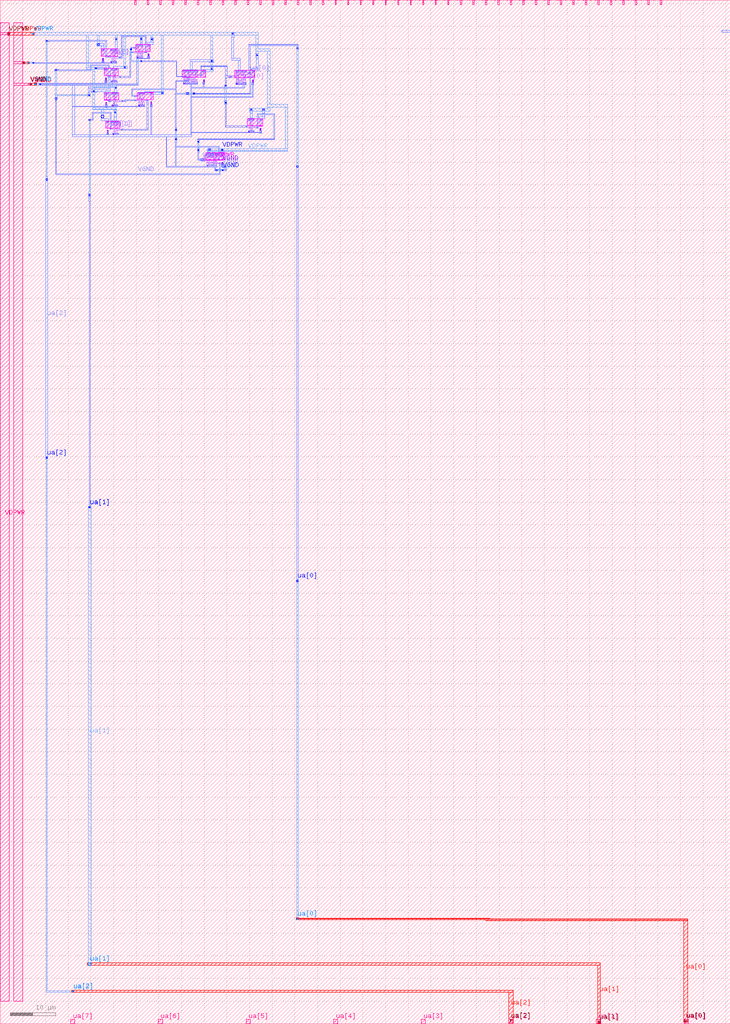
<source format=lef>
VERSION 5.7 ;
  NOWIREEXTENSIONATPIN ON ;
  DIVIDERCHAR "/" ;
  BUSBITCHARS "[]" ;
MACRO tt_um_template
  CLASS BLOCK ;
  FOREIGN tt_um_template ;
  ORIGIN 0.000 0.000 ;
  SIZE 161.000 BY 225.760 ;
  PIN clk
    PORT
      LAYER met4 ;
        RECT 142.830 224.760 143.130 225.760 ;
    END
  END clk
  PIN ena
    PORT
      LAYER met4 ;
        RECT 145.590 224.760 145.890 225.760 ;
    END
  END ena
  PIN rst_n
    PORT
      LAYER met4 ;
        RECT 140.070 224.760 140.370 225.760 ;
    END
  END rst_n
  PIN ua[0]
    ANTENNADIFFAREA 0.445500 ;
    PORT
      LAYER li1 ;
        RECT 53.560 209.800 54.155 209.805 ;
        RECT 53.560 209.465 55.165 209.800 ;
        RECT 53.560 208.145 53.735 209.465 ;
        RECT 53.560 207.595 54.155 208.145 ;
      LAYER mcon ;
        RECT 54.910 209.545 55.080 209.715 ;
      LAYER met1 ;
        RECT 54.830 215.930 65.715 216.075 ;
        RECT 54.830 215.740 65.725 215.930 ;
        RECT 54.830 209.830 55.165 215.740 ;
        RECT 65.365 214.920 65.725 215.740 ;
        RECT 54.800 209.435 55.195 209.830 ;
        RECT 54.830 209.385 55.165 209.435 ;
        RECT 65.360 97.845 65.735 189.265 ;
        RECT 65.330 97.470 65.765 97.845 ;
      LAYER via ;
        RECT 65.415 215.020 65.675 215.280 ;
        RECT 65.360 188.860 65.735 189.235 ;
        RECT 65.360 97.470 65.735 97.845 ;
      LAYER met2 ;
        RECT 65.360 189.235 65.735 215.435 ;
        RECT 65.330 188.860 65.765 189.235 ;
        RECT 65.360 188.800 65.735 188.860 ;
        RECT 65.360 23.320 65.735 97.875 ;
        RECT 65.315 22.945 65.780 23.320 ;
      LAYER via2 ;
        RECT 65.360 22.945 65.735 23.320 ;
      LAYER met3 ;
        RECT 65.335 23.315 65.760 23.345 ;
        RECT 65.335 23.140 107.990 23.315 ;
        RECT 65.335 22.940 151.615 23.140 ;
        RECT 65.335 22.920 65.760 22.940 ;
        RECT 107.100 22.765 151.615 22.940 ;
        RECT 150.690 0.280 151.590 22.765 ;
      LAYER via3 ;
        RECT 151.020 0.460 151.340 0.780 ;
      LAYER met4 ;
        RECT 150.810 0.000 151.710 1.000 ;
    END
  END ua[0]
  PIN ua[1]
    ANTENNAGATEAREA 0.247500 ;
    PORT
      LAYER li1 ;
        RECT 24.190 197.255 25.390 197.495 ;
      LAYER mcon ;
        RECT 24.280 197.310 24.450 197.480 ;
      LAYER met1 ;
        RECT 20.305 200.755 24.490 201.005 ;
        RECT 19.540 199.475 19.860 199.480 ;
        RECT 20.305 199.475 20.555 200.755 ;
        RECT 19.540 199.225 20.555 199.475 ;
        RECT 19.540 199.220 19.860 199.225 ;
        RECT 24.240 197.245 24.490 200.755 ;
        RECT 19.540 182.970 19.860 183.090 ;
        RECT 19.540 182.570 19.870 182.970 ;
        RECT 19.540 182.330 19.860 182.570 ;
        RECT 19.570 181.400 19.835 182.330 ;
        RECT 19.575 114.030 19.825 181.400 ;
        RECT 19.540 113.770 19.860 114.030 ;
        RECT 19.575 113.745 19.825 113.770 ;
      LAYER via ;
        RECT 19.570 199.220 19.830 199.480 ;
        RECT 19.550 182.600 19.870 182.940 ;
        RECT 19.570 113.770 19.830 114.030 ;
      LAYER met2 ;
        RECT 19.570 199.190 19.830 199.510 ;
        RECT 19.575 183.600 19.825 199.190 ;
        RECT 19.530 182.940 19.870 183.600 ;
        RECT 19.520 182.600 19.900 182.940 ;
        RECT 19.530 182.540 19.870 182.600 ;
        RECT 19.375 12.835 20.025 114.145 ;
      LAYER via2 ;
        RECT 19.420 12.900 19.980 13.460 ;
      LAYER met3 ;
        RECT 19.210 13.470 20.820 13.500 ;
        RECT 19.210 12.910 132.340 13.470 ;
        RECT 19.210 12.880 20.820 12.910 ;
        RECT 19.395 12.875 20.005 12.880 ;
        RECT 131.780 0.130 132.340 12.910 ;
      LAYER via3 ;
        RECT 131.905 0.205 132.225 0.525 ;
      LAYER met4 ;
        RECT 131.490 0.000 132.390 1.000 ;
    END
  END ua[1]
  PIN ua[2]
    ANTENNAGATEAREA 0.247500 ;
    PORT
      LAYER li1 ;
        RECT 23.850 213.395 24.315 213.445 ;
        RECT 23.850 213.185 24.950 213.395 ;
        RECT 23.850 213.140 24.315 213.185 ;
        RECT 24.620 213.155 24.950 213.185 ;
      LAYER mcon ;
        RECT 23.905 213.235 24.075 213.405 ;
      LAYER met1 ;
        RECT 9.985 216.905 10.765 216.945 ;
        RECT 9.985 216.655 23.455 216.905 ;
        RECT 9.985 216.615 10.765 216.655 ;
        RECT 23.205 213.445 23.455 216.655 ;
        RECT 23.840 213.445 24.145 213.475 ;
        RECT 23.205 213.195 24.345 213.445 ;
        RECT 23.840 213.170 24.145 213.195 ;
        RECT 10.070 124.645 10.465 186.475 ;
      LAYER via ;
        RECT 10.120 216.650 10.380 216.910 ;
        RECT 10.095 186.040 10.410 186.360 ;
        RECT 10.095 124.720 10.410 125.035 ;
      LAYER met2 ;
        RECT 10.095 186.835 10.410 216.955 ;
        RECT 10.080 185.945 10.425 186.835 ;
        RECT 10.095 7.270 10.410 125.095 ;
        RECT 15.865 7.270 16.225 7.370 ;
        RECT 10.095 6.955 16.315 7.270 ;
        RECT 15.865 6.920 16.225 6.955 ;
      LAYER via2 ;
        RECT 15.905 7.015 16.185 7.295 ;
      LAYER met3 ;
        RECT 15.800 7.400 112.955 7.410 ;
        RECT 15.800 6.920 113.120 7.400 ;
        RECT 112.115 0.180 113.120 6.920 ;
      LAYER via3 ;
        RECT 112.435 0.540 112.755 0.860 ;
      LAYER met4 ;
        RECT 112.170 0.000 113.070 1.000 ;
    END
  END ua[2]
  PIN ua[3]
    PORT
      LAYER met4 ;
        RECT 92.850 0.000 93.750 1.000 ;
    END
  END ua[3]
  PIN ua[4]
    PORT
      LAYER met4 ;
        RECT 73.530 0.000 74.430 1.000 ;
    END
  END ua[4]
  PIN ua[5]
    PORT
      LAYER met4 ;
        RECT 54.210 0.000 55.110 1.000 ;
    END
  END ua[5]
  PIN ua[6]
    PORT
      LAYER met4 ;
        RECT 34.890 0.000 35.790 1.000 ;
    END
  END ua[6]
  PIN ua[7]
    PORT
      LAYER met4 ;
        RECT 15.570 0.000 16.470 1.000 ;
    END
  END ua[7]
  PIN ui_in[0]
    PORT
      LAYER met4 ;
        RECT 137.310 224.760 137.610 225.760 ;
    END
  END ui_in[0]
  PIN ui_in[1]
    PORT
      LAYER met4 ;
        RECT 134.550 224.760 134.850 225.760 ;
    END
  END ui_in[1]
  PIN ui_in[2]
    PORT
      LAYER met4 ;
        RECT 131.790 224.760 132.090 225.760 ;
    END
  END ui_in[2]
  PIN ui_in[3]
    PORT
      LAYER met4 ;
        RECT 129.030 224.760 129.330 225.760 ;
    END
  END ui_in[3]
  PIN ui_in[4]
    PORT
      LAYER met4 ;
        RECT 126.270 224.760 126.570 225.760 ;
    END
  END ui_in[4]
  PIN ui_in[5]
    PORT
      LAYER met4 ;
        RECT 123.510 224.760 123.810 225.760 ;
    END
  END ui_in[5]
  PIN ui_in[6]
    PORT
      LAYER met4 ;
        RECT 120.750 224.760 121.050 225.760 ;
    END
  END ui_in[6]
  PIN ui_in[7]
    PORT
      LAYER met4 ;
        RECT 117.990 224.760 118.290 225.760 ;
    END
  END ui_in[7]
  PIN uio_in[0]
    PORT
      LAYER met4 ;
        RECT 115.230 224.760 115.530 225.760 ;
    END
  END uio_in[0]
  PIN uio_in[1]
    PORT
      LAYER met4 ;
        RECT 112.470 224.760 112.770 225.760 ;
    END
  END uio_in[1]
  PIN uio_in[2]
    PORT
      LAYER met4 ;
        RECT 109.710 224.760 110.010 225.760 ;
    END
  END uio_in[2]
  PIN uio_in[3]
    PORT
      LAYER met4 ;
        RECT 106.950 224.760 107.250 225.760 ;
    END
  END uio_in[3]
  PIN uio_in[4]
    PORT
      LAYER met4 ;
        RECT 104.190 224.760 104.490 225.760 ;
    END
  END uio_in[4]
  PIN uio_in[5]
    PORT
      LAYER met4 ;
        RECT 101.430 224.760 101.730 225.760 ;
    END
  END uio_in[5]
  PIN uio_in[6]
    PORT
      LAYER met4 ;
        RECT 98.670 224.760 98.970 225.760 ;
    END
  END uio_in[6]
  PIN uio_in[7]
    PORT
      LAYER met4 ;
        RECT 95.910 224.760 96.210 225.760 ;
    END
  END uio_in[7]
  PIN uio_oe[0]
    PORT
      LAYER met4 ;
        RECT 48.990 224.760 49.290 225.760 ;
    END
  END uio_oe[0]
  PIN uio_oe[1]
    PORT
      LAYER met4 ;
        RECT 46.230 224.760 46.530 225.760 ;
    END
  END uio_oe[1]
  PIN uio_oe[2]
    PORT
      LAYER met4 ;
        RECT 43.470 224.760 43.770 225.760 ;
    END
  END uio_oe[2]
  PIN uio_oe[3]
    PORT
      LAYER met4 ;
        RECT 40.710 224.760 41.010 225.760 ;
    END
  END uio_oe[3]
  PIN uio_oe[4]
    PORT
      LAYER met4 ;
        RECT 37.950 224.760 38.250 225.760 ;
    END
  END uio_oe[4]
  PIN uio_oe[5]
    PORT
      LAYER met4 ;
        RECT 35.190 224.760 35.490 225.760 ;
    END
  END uio_oe[5]
  PIN uio_oe[6]
    PORT
      LAYER met4 ;
        RECT 32.430 224.760 32.730 225.760 ;
    END
  END uio_oe[6]
  PIN uio_oe[7]
    PORT
      LAYER met4 ;
        RECT 29.670 224.760 29.970 225.760 ;
    END
  END uio_oe[7]
  PIN uio_out[0]
    PORT
      LAYER met4 ;
        RECT 71.070 224.760 71.370 225.760 ;
    END
  END uio_out[0]
  PIN uio_out[1]
    PORT
      LAYER met4 ;
        RECT 68.310 224.760 68.610 225.760 ;
    END
  END uio_out[1]
  PIN uio_out[2]
    PORT
      LAYER met4 ;
        RECT 65.550 224.760 65.850 225.760 ;
    END
  END uio_out[2]
  PIN uio_out[3]
    PORT
      LAYER met4 ;
        RECT 62.790 224.760 63.090 225.760 ;
    END
  END uio_out[3]
  PIN uio_out[4]
    PORT
      LAYER met4 ;
        RECT 60.030 224.760 60.330 225.760 ;
    END
  END uio_out[4]
  PIN uio_out[5]
    PORT
      LAYER met4 ;
        RECT 57.270 224.760 57.570 225.760 ;
    END
  END uio_out[5]
  PIN uio_out[6]
    PORT
      LAYER met4 ;
        RECT 54.510 224.760 54.810 225.760 ;
    END
  END uio_out[6]
  PIN uio_out[7]
    PORT
      LAYER met4 ;
        RECT 51.750 224.760 52.050 225.760 ;
    END
  END uio_out[7]
  PIN uo_out[0]
    PORT
      LAYER met4 ;
        RECT 93.150 224.760 93.450 225.760 ;
    END
  END uo_out[0]
  PIN uo_out[1]
    PORT
      LAYER met4 ;
        RECT 90.390 224.760 90.690 225.760 ;
    END
  END uo_out[1]
  PIN uo_out[2]
    PORT
      LAYER met4 ;
        RECT 87.630 224.760 87.930 225.760 ;
    END
  END uo_out[2]
  PIN uo_out[3]
    PORT
      LAYER met4 ;
        RECT 84.870 224.760 85.170 225.760 ;
    END
  END uo_out[3]
  PIN uo_out[4]
    PORT
      LAYER met4 ;
        RECT 82.110 224.760 82.410 225.760 ;
    END
  END uo_out[4]
  PIN uo_out[5]
    PORT
      LAYER met4 ;
        RECT 79.350 224.760 79.650 225.760 ;
    END
  END uo_out[5]
  PIN uo_out[6]
    PORT
      LAYER met4 ;
        RECT 76.590 224.760 76.890 225.760 ;
    END
  END uo_out[6]
  PIN uo_out[7]
    PORT
      LAYER met4 ;
        RECT 73.830 224.760 74.130 225.760 ;
    END
  END uo_out[7]
  PIN VDPWR
    ANTENNAGATEAREA 0.223500 ;
    ANTENNADIFFAREA 5.549500 ;
    PORT
      LAYER nwell ;
        RECT 29.910 216.000 32.750 216.010 ;
        RECT 22.250 214.990 23.090 215.000 ;
        RECT 22.250 213.395 25.870 214.990 ;
        RECT 29.910 214.405 33.125 216.000 ;
        RECT 32.285 214.395 33.125 214.405 ;
        RECT 22.900 213.385 25.870 213.395 ;
        RECT 22.900 209.095 26.010 210.700 ;
        RECT 40.150 208.695 45.340 210.300 ;
        RECT 51.750 208.645 56.140 210.250 ;
        RECT 32.900 205.380 33.740 205.400 ;
        RECT 23.270 205.330 26.130 205.350 ;
        RECT 22.960 203.745 26.130 205.330 ;
        RECT 30.260 203.795 33.740 205.380 ;
        RECT 30.260 203.775 33.200 203.795 ;
        RECT 22.960 203.725 23.800 203.745 ;
        RECT 54.460 199.600 57.200 199.610 ;
        RECT 23.290 197.485 26.310 199.090 ;
        RECT 54.460 198.005 57.840 199.600 ;
        RECT 57.000 197.995 57.840 198.005 ;
        RECT 48.530 192.100 49.370 192.120 ;
        RECT 45.300 190.515 49.370 192.100 ;
        RECT 45.300 190.495 49.030 190.515 ;
      LAYER li1 ;
        RECT 30.100 215.735 31.480 215.905 ;
        RECT 22.440 214.725 22.900 214.895 ;
        RECT 22.525 213.560 22.815 214.725 ;
        RECT 24.300 214.715 25.680 214.885 ;
        RECT 24.640 213.575 24.850 214.715 ;
        RECT 31.055 214.595 31.385 215.735 ;
        RECT 32.475 215.725 32.935 215.895 ;
        RECT 32.560 214.560 32.850 215.725 ;
        RECT 23.090 210.425 23.550 210.595 ;
        RECT 24.440 210.425 25.820 210.595 ;
        RECT 23.175 209.260 23.465 210.425 ;
        RECT 24.780 209.285 24.990 210.425 ;
        RECT 40.340 210.025 43.560 210.195 ;
        RECT 44.690 210.025 45.150 210.195 ;
        RECT 41.395 209.175 41.565 210.025 ;
        RECT 42.235 209.515 42.405 210.025 ;
        RECT 44.775 208.860 45.065 210.025 ;
        RECT 51.940 209.975 54.240 210.145 ;
        RECT 55.490 209.975 55.950 210.145 ;
        RECT 52.455 209.575 53.390 209.975 ;
        RECT 55.575 208.810 55.865 209.975 ;
        RECT 23.150 205.055 23.610 205.225 ;
        RECT 24.560 205.075 25.940 205.245 ;
        RECT 30.450 205.105 31.830 205.275 ;
        RECT 33.090 205.125 33.550 205.295 ;
        RECT 23.235 203.890 23.525 205.055 ;
        RECT 24.900 203.935 25.110 205.075 ;
        RECT 31.405 203.965 31.735 205.105 ;
        RECT 33.175 203.960 33.465 205.125 ;
        RECT 54.650 199.335 56.030 199.505 ;
        RECT 23.480 198.815 23.940 198.985 ;
        RECT 24.740 198.815 26.120 198.985 ;
        RECT 23.565 197.650 23.855 198.815 ;
        RECT 25.080 197.675 25.290 198.815 ;
        RECT 54.990 198.195 55.200 199.335 ;
        RECT 57.190 199.325 57.650 199.495 ;
        RECT 55.370 198.185 55.700 199.165 ;
        RECT 55.470 197.815 55.700 198.185 ;
        RECT 57.275 198.160 57.565 199.325 ;
        RECT 55.470 197.585 56.865 197.815 ;
        RECT 55.370 196.955 55.700 197.585 ;
        RECT 45.490 191.825 47.790 191.995 ;
        RECT 48.720 191.845 49.180 192.015 ;
        RECT 46.005 191.425 46.940 191.825 ;
        RECT 45.575 190.895 46.035 190.915 ;
        RECT 44.370 190.435 46.035 190.895 ;
        RECT 48.805 190.680 49.095 191.845 ;
        RECT 44.370 190.170 45.230 190.435 ;
        RECT 45.575 190.185 46.035 190.435 ;
      LAYER mcon ;
        RECT 30.245 215.735 30.415 215.905 ;
        RECT 30.705 215.735 30.875 215.905 ;
        RECT 31.165 215.735 31.335 215.905 ;
        RECT 22.585 214.725 22.755 214.895 ;
        RECT 24.445 214.715 24.615 214.885 ;
        RECT 24.905 214.715 25.075 214.885 ;
        RECT 25.365 214.715 25.535 214.885 ;
        RECT 32.620 215.725 32.790 215.895 ;
        RECT 23.235 210.425 23.405 210.595 ;
        RECT 24.585 210.425 24.755 210.595 ;
        RECT 25.045 210.425 25.215 210.595 ;
        RECT 25.505 210.425 25.675 210.595 ;
        RECT 40.485 210.025 40.655 210.195 ;
        RECT 40.945 210.025 41.115 210.195 ;
        RECT 41.405 210.025 41.575 210.195 ;
        RECT 41.865 210.025 42.035 210.195 ;
        RECT 42.325 210.025 42.495 210.195 ;
        RECT 42.785 210.025 42.955 210.195 ;
        RECT 43.245 210.025 43.415 210.195 ;
        RECT 44.835 210.025 45.005 210.195 ;
        RECT 52.085 209.975 52.255 210.145 ;
        RECT 52.545 209.975 52.715 210.145 ;
        RECT 53.005 209.975 53.175 210.145 ;
        RECT 53.465 209.975 53.635 210.145 ;
        RECT 53.925 209.975 54.095 210.145 ;
        RECT 55.635 209.975 55.805 210.145 ;
        RECT 23.295 205.055 23.465 205.225 ;
        RECT 24.705 205.075 24.875 205.245 ;
        RECT 25.165 205.075 25.335 205.245 ;
        RECT 25.625 205.075 25.795 205.245 ;
        RECT 30.595 205.105 30.765 205.275 ;
        RECT 31.055 205.105 31.225 205.275 ;
        RECT 31.515 205.105 31.685 205.275 ;
        RECT 33.235 205.125 33.405 205.295 ;
        RECT 54.795 199.335 54.965 199.505 ;
        RECT 55.255 199.335 55.425 199.505 ;
        RECT 55.715 199.335 55.885 199.505 ;
        RECT 23.625 198.815 23.795 198.985 ;
        RECT 24.885 198.815 25.055 198.985 ;
        RECT 25.345 198.815 25.515 198.985 ;
        RECT 25.805 198.815 25.975 198.985 ;
        RECT 57.335 199.325 57.505 199.495 ;
        RECT 56.665 197.615 56.835 197.785 ;
        RECT 45.635 191.825 45.805 191.995 ;
        RECT 46.095 191.825 46.265 191.995 ;
        RECT 46.555 191.825 46.725 191.995 ;
        RECT 47.015 191.825 47.185 191.995 ;
        RECT 47.475 191.825 47.645 191.995 ;
        RECT 48.865 191.845 49.035 192.015 ;
        RECT 44.665 190.465 44.835 190.635 ;
      LAYER met1 ;
        RECT 51.060 217.610 51.565 218.580 ;
        RECT 21.265 215.745 22.785 216.220 ;
        RECT 22.060 215.730 22.785 215.745 ;
        RECT 22.310 215.050 22.785 215.730 ;
        RECT 22.310 215.015 22.900 215.050 ;
        RECT 25.320 215.040 25.780 217.430 ;
        RECT 30.825 216.495 31.320 217.505 ;
        RECT 30.840 216.060 31.300 216.495 ;
        RECT 33.200 216.420 33.700 217.510 ;
        RECT 30.100 215.580 31.480 216.060 ;
        RECT 32.470 215.960 33.700 216.420 ;
        RECT 32.475 215.570 32.935 215.960 ;
        RECT 22.440 214.570 22.900 215.015 ;
        RECT 24.300 214.990 25.780 215.040 ;
        RECT 24.300 214.560 25.680 214.990 ;
        RECT 51.080 212.970 51.540 217.610 ;
        RECT 45.980 212.580 47.040 212.595 ;
        RECT 41.930 212.120 47.040 212.580 ;
        RECT 51.080 212.510 52.970 212.970 ;
        RECT 56.430 212.840 56.915 214.000 ;
        RECT 26.755 211.190 27.965 211.205 ;
        RECT 20.860 210.750 23.530 210.990 ;
        RECT 24.940 210.750 27.965 211.190 ;
        RECT 20.860 210.530 23.550 210.750 ;
        RECT 23.090 210.270 23.550 210.530 ;
        RECT 24.440 210.730 27.965 210.750 ;
        RECT 24.440 210.270 25.820 210.730 ;
        RECT 26.755 210.715 27.965 210.730 ;
        RECT 41.930 210.350 42.390 212.120 ;
        RECT 45.980 212.110 47.040 212.120 ;
        RECT 46.435 210.420 46.940 210.900 ;
        RECT 45.100 210.350 46.940 210.420 ;
        RECT 40.340 209.870 43.560 210.350 ;
        RECT 44.690 209.915 46.940 210.350 ;
        RECT 52.510 210.300 52.970 212.510 ;
        RECT 56.440 210.680 56.900 212.840 ;
        RECT 44.690 209.870 45.150 209.915 ;
        RECT 51.940 209.820 54.240 210.300 ;
        RECT 55.470 210.220 56.900 210.680 ;
        RECT 55.490 209.820 55.950 210.220 ;
        RECT 25.250 206.180 25.710 206.700 ;
        RECT 20.070 205.985 21.420 206.020 ;
        RECT 20.070 205.500 23.590 205.985 ;
        RECT 20.070 205.460 21.420 205.500 ;
        RECT 23.105 205.380 23.590 205.500 ;
        RECT 25.280 205.415 25.680 206.180 ;
        RECT 35.035 205.510 36.085 205.520 ;
        RECT 31.770 205.430 36.085 205.510 ;
        RECT 25.175 205.400 25.680 205.415 ;
        RECT 23.105 205.210 23.610 205.380 ;
        RECT 23.150 204.900 23.610 205.210 ;
        RECT 24.560 204.920 25.940 205.400 ;
        RECT 30.450 205.050 36.085 205.430 ;
        RECT 30.450 204.950 31.830 205.050 ;
        RECT 33.090 204.970 33.550 205.050 ;
        RECT 35.035 205.045 36.085 205.050 ;
        RECT 22.255 200.410 22.850 200.445 ;
        RECT 22.225 199.815 22.880 200.410 ;
        RECT 25.130 200.070 25.655 201.420 ;
        RECT 55.090 200.860 55.590 201.840 ;
        RECT 57.790 201.825 58.305 201.875 ;
        RECT 22.255 199.570 22.850 199.815 ;
        RECT 22.250 199.110 23.950 199.570 ;
        RECT 25.160 199.155 25.620 200.070 ;
        RECT 55.110 199.660 55.570 200.860 ;
        RECT 57.790 200.855 58.320 201.825 ;
        RECT 57.790 200.840 58.305 200.855 ;
        RECT 57.830 200.665 58.290 200.840 ;
        RECT 56.635 200.435 60.535 200.665 ;
        RECT 54.650 199.180 56.030 199.660 ;
        RECT 25.075 199.140 25.620 199.155 ;
        RECT 22.320 199.100 22.780 199.110 ;
        RECT 23.480 198.660 23.940 199.110 ;
        RECT 24.740 198.660 26.120 199.140 ;
        RECT 56.635 197.845 56.865 200.435 ;
        RECT 57.830 200.080 58.290 200.435 ;
        RECT 57.170 199.620 58.290 200.080 ;
        RECT 57.190 199.170 57.650 199.620 ;
        RECT 57.830 199.600 58.290 199.620 ;
        RECT 56.605 197.555 56.895 197.845 ;
        RECT 56.635 197.485 56.865 197.555 ;
        RECT 60.335 195.215 60.565 200.435 ;
        RECT 43.585 195.085 60.565 195.215 ;
        RECT 43.565 194.985 60.565 195.085 ;
        RECT 43.565 194.315 43.840 194.985 ;
        RECT 43.550 193.095 43.845 193.110 ;
        RECT 43.550 192.455 43.850 193.095 ;
        RECT 45.920 193.020 46.415 193.035 ;
        RECT 43.555 192.205 43.850 192.455 ;
        RECT 43.585 190.665 43.815 192.205 ;
        RECT 45.810 192.150 46.415 193.020 ;
        RECT 48.755 192.170 49.175 192.890 ;
        RECT 45.490 191.670 47.790 192.150 ;
        RECT 48.720 191.690 49.180 192.170 ;
        RECT 44.035 190.665 45.065 190.815 ;
        RECT 43.585 190.435 45.065 190.665 ;
        RECT 44.035 190.285 45.065 190.435 ;
      LAYER via ;
        RECT 51.170 218.190 51.430 218.450 ;
        RECT 25.420 217.000 25.680 217.260 ;
        RECT 21.520 215.850 21.780 216.110 ;
        RECT 30.940 217.070 31.200 217.330 ;
        RECT 33.320 217.020 33.580 217.280 ;
        RECT 56.540 213.460 56.800 213.720 ;
        RECT 46.550 212.220 46.810 212.480 ;
        RECT 21.000 210.630 21.260 210.890 ;
        RECT 27.330 210.830 27.590 211.090 ;
        RECT 46.550 210.490 46.810 210.750 ;
        RECT 25.350 206.310 25.610 206.570 ;
        RECT 20.490 205.560 20.750 205.820 ;
        RECT 35.600 205.150 35.860 205.410 ;
        RECT 55.210 201.440 55.470 201.700 ;
        RECT 25.260 200.880 25.520 201.140 ;
        RECT 22.260 199.820 22.840 200.400 ;
        RECT 57.930 201.440 58.190 201.700 ;
        RECT 43.570 194.370 43.830 194.630 ;
        RECT 43.570 192.570 43.830 192.830 ;
        RECT 46.020 192.610 46.280 192.870 ;
        RECT 48.840 192.580 49.100 192.840 ;
      LAYER met2 ;
        RECT 6.875 218.015 56.955 218.625 ;
        RECT 19.010 210.990 19.470 218.015 ;
        RECT 21.420 216.680 21.880 218.015 ;
        RECT 25.320 216.730 25.780 218.015 ;
        RECT 21.415 215.635 21.890 216.680 ;
        RECT 27.230 211.675 27.690 218.015 ;
        RECT 30.830 216.850 31.310 218.015 ;
        RECT 33.220 216.800 33.680 218.015 ;
        RECT 20.425 210.990 21.525 211.005 ;
        RECT 19.010 210.530 21.525 210.990 ;
        RECT 27.210 210.610 27.715 211.675 ;
        RECT 20.390 210.515 21.525 210.530 ;
        RECT 20.390 207.020 20.850 210.515 ;
        RECT 20.390 206.670 25.670 207.020 ;
        RECT 20.390 206.560 25.740 206.670 ;
        RECT 20.390 202.020 20.850 206.560 ;
        RECT 25.210 206.210 25.740 206.560 ;
        RECT 35.500 205.985 35.960 218.015 ;
        RECT 46.450 211.325 46.910 218.015 ;
        RECT 56.345 215.045 56.955 218.015 ;
        RECT 56.345 214.435 59.505 215.045 ;
        RECT 56.345 213.195 56.955 214.435 ;
        RECT 46.435 210.305 46.925 211.325 ;
        RECT 35.490 204.960 35.975 205.985 ;
        RECT 58.895 202.775 59.505 214.435 ;
        RECT 58.895 202.165 63.455 202.775 ;
        RECT 20.390 201.725 25.620 202.020 ;
        RECT 58.895 201.875 59.505 202.165 ;
        RECT 20.390 201.560 25.645 201.725 ;
        RECT 22.320 200.805 22.780 201.560 ;
        RECT 22.290 200.440 22.815 200.805 ;
        RECT 25.140 200.660 25.645 201.560 ;
        RECT 54.965 201.265 59.505 201.875 ;
        RECT 22.255 199.785 22.850 200.440 ;
        RECT 43.570 194.120 43.830 194.780 ;
        RECT 43.585 193.100 43.815 194.120 ;
        RECT 43.555 192.400 43.855 193.100 ;
        RECT 62.845 193.025 63.455 202.165 ;
        RECT 45.665 192.970 63.455 193.025 ;
        RECT 45.660 192.510 63.455 192.970 ;
        RECT 45.665 192.415 63.455 192.510 ;
      LAYER via2 ;
        RECT 7.110 218.180 7.390 218.460 ;
      LAYER met3 ;
        RECT 1.610 218.000 7.550 218.645 ;
      LAYER via3 ;
        RECT 1.705 218.160 2.025 218.480 ;
      LAYER met4 ;
        RECT 0.000 218.550 2.000 220.760 ;
        RECT 0.000 218.090 2.095 218.550 ;
        RECT 0.000 5.000 2.000 218.090 ;
    END
  END VDPWR
  PIN VGND
    USE GROUND ;
    PORT
      LAYER pwell ;
        RECT 32.620 213.410 32.790 213.935 ;
        RECT 22.585 212.410 22.755 212.935 ;
        RECT 23.235 208.110 23.405 208.635 ;
        RECT 44.835 207.710 45.005 208.235 ;
        RECT 55.635 207.660 55.805 208.185 ;
        RECT 23.295 202.740 23.465 203.265 ;
        RECT 33.235 202.810 33.405 203.335 ;
        RECT 23.625 196.500 23.795 197.025 ;
        RECT 57.335 197.010 57.505 197.535 ;
        RECT 48.865 189.530 49.035 190.055 ;
      LAYER li1 ;
        RECT 30.205 213.185 30.445 213.995 ;
        RECT 31.115 213.185 31.385 213.995 ;
        RECT 30.100 213.015 31.480 213.185 ;
        RECT 32.560 213.175 32.850 213.900 ;
        RECT 32.475 213.005 32.935 213.175 ;
        RECT 22.525 212.175 22.815 212.900 ;
        RECT 22.440 212.005 22.900 212.175 ;
        RECT 24.620 212.165 24.850 212.985 ;
        RECT 24.300 211.995 25.680 212.165 ;
        RECT 23.775 209.105 24.025 209.110 ;
        RECT 23.775 208.865 25.090 209.105 ;
        RECT 53.915 208.870 54.155 209.295 ;
        RECT 23.775 208.860 24.025 208.865 ;
        RECT 23.175 207.875 23.465 208.600 ;
        RECT 24.760 207.875 24.990 208.695 ;
        RECT 41.180 208.465 41.730 208.665 ;
        RECT 53.915 208.630 54.920 208.870 ;
        RECT 53.915 208.315 54.155 208.630 ;
        RECT 23.090 207.705 23.550 207.875 ;
        RECT 24.440 207.705 25.820 207.875 ;
        RECT 40.475 207.475 40.805 207.865 ;
        RECT 41.315 207.475 41.645 207.865 ;
        RECT 43.185 207.475 43.475 208.310 ;
        RECT 44.775 207.475 45.065 208.200 ;
        RECT 40.340 207.305 43.560 207.475 ;
        RECT 44.690 207.305 45.150 207.475 ;
        RECT 52.455 207.425 53.390 207.825 ;
        RECT 55.575 207.425 55.865 208.150 ;
        RECT 51.940 207.255 54.240 207.425 ;
        RECT 55.490 207.255 55.950 207.425 ;
        RECT 30.545 204.725 30.875 204.920 ;
        RECT 29.625 204.555 30.875 204.725 ;
        RECT 30.545 204.135 30.875 204.555 ;
        RECT 30.545 203.965 31.225 204.135 ;
        RECT 23.895 203.795 24.225 203.800 ;
        RECT 23.820 203.755 24.540 203.795 ;
        RECT 23.820 203.515 25.210 203.755 ;
        RECT 23.820 203.475 24.540 203.515 ;
        RECT 23.895 203.470 24.225 203.475 ;
        RECT 31.055 203.365 31.225 203.965 ;
        RECT 23.235 202.505 23.525 203.230 ;
        RECT 24.880 202.525 25.110 203.345 ;
        RECT 30.555 202.555 30.795 203.365 ;
        RECT 30.965 202.725 31.295 203.365 ;
        RECT 31.465 202.555 31.735 203.365 ;
        RECT 33.175 202.575 33.465 203.300 ;
        RECT 23.150 202.335 23.610 202.505 ;
        RECT 24.560 202.355 25.940 202.525 ;
        RECT 30.450 202.385 31.830 202.555 ;
        RECT 33.090 202.405 33.550 202.575 ;
        RECT 23.565 196.265 23.855 196.990 ;
        RECT 25.060 196.265 25.290 197.085 ;
        RECT 54.970 196.785 55.200 197.605 ;
        RECT 54.650 196.615 56.030 196.785 ;
        RECT 57.275 196.775 57.565 197.500 ;
        RECT 57.190 196.605 57.650 196.775 ;
        RECT 23.480 196.095 23.940 196.265 ;
        RECT 24.740 196.095 26.120 196.265 ;
        RECT 47.110 191.315 47.705 191.655 ;
        RECT 47.110 189.995 47.285 191.315 ;
        RECT 47.465 190.720 47.705 191.145 ;
        RECT 47.465 190.480 48.350 190.720 ;
        RECT 47.465 190.165 47.705 190.480 ;
        RECT 47.110 189.825 47.705 189.995 ;
        RECT 46.005 189.275 46.940 189.675 ;
        RECT 47.110 189.655 48.485 189.825 ;
        RECT 47.110 189.445 47.705 189.655 ;
        RECT 48.805 189.295 49.095 190.020 ;
        RECT 45.490 189.105 47.790 189.275 ;
        RECT 48.720 189.125 49.180 189.295 ;
      LAYER mcon ;
        RECT 30.245 213.015 30.415 213.185 ;
        RECT 30.705 213.015 30.875 213.185 ;
        RECT 31.165 213.015 31.335 213.185 ;
        RECT 32.620 213.005 32.790 213.175 ;
        RECT 22.585 212.005 22.755 212.175 ;
        RECT 24.445 211.995 24.615 212.165 ;
        RECT 24.905 211.995 25.075 212.165 ;
        RECT 25.365 211.995 25.535 212.165 ;
        RECT 23.815 208.900 23.985 209.070 ;
        RECT 41.365 208.465 41.535 208.635 ;
        RECT 54.715 208.660 54.885 208.830 ;
        RECT 23.235 207.705 23.405 207.875 ;
        RECT 24.585 207.705 24.755 207.875 ;
        RECT 25.045 207.705 25.215 207.875 ;
        RECT 25.505 207.705 25.675 207.875 ;
        RECT 40.485 207.305 40.655 207.475 ;
        RECT 40.945 207.305 41.115 207.475 ;
        RECT 41.405 207.305 41.575 207.475 ;
        RECT 41.865 207.305 42.035 207.475 ;
        RECT 42.325 207.305 42.495 207.475 ;
        RECT 42.785 207.305 42.955 207.475 ;
        RECT 43.245 207.305 43.415 207.475 ;
        RECT 44.835 207.305 45.005 207.475 ;
        RECT 52.085 207.255 52.255 207.425 ;
        RECT 52.545 207.255 52.715 207.425 ;
        RECT 53.005 207.255 53.175 207.425 ;
        RECT 53.465 207.255 53.635 207.425 ;
        RECT 53.925 207.255 54.095 207.425 ;
        RECT 55.635 207.255 55.805 207.425 ;
        RECT 23.975 203.550 24.145 203.720 ;
        RECT 23.295 202.335 23.465 202.505 ;
        RECT 24.705 202.355 24.875 202.525 ;
        RECT 25.165 202.355 25.335 202.525 ;
        RECT 25.625 202.355 25.795 202.525 ;
        RECT 30.595 202.385 30.765 202.555 ;
        RECT 31.055 202.385 31.225 202.555 ;
        RECT 31.515 202.385 31.685 202.555 ;
        RECT 33.235 202.405 33.405 202.575 ;
        RECT 54.795 196.615 54.965 196.785 ;
        RECT 55.255 196.615 55.425 196.785 ;
        RECT 55.715 196.615 55.885 196.785 ;
        RECT 57.335 196.605 57.505 196.775 ;
        RECT 23.625 196.095 23.795 196.265 ;
        RECT 24.885 196.095 25.055 196.265 ;
        RECT 25.345 196.095 25.515 196.265 ;
        RECT 25.805 196.095 25.975 196.265 ;
        RECT 48.095 190.515 48.265 190.685 ;
        RECT 48.315 189.655 48.485 189.825 ;
        RECT 45.635 189.105 45.805 189.275 ;
        RECT 46.095 189.105 46.265 189.275 ;
        RECT 46.555 189.105 46.725 189.275 ;
        RECT 47.015 189.105 47.185 189.275 ;
        RECT 47.475 189.105 47.645 189.275 ;
        RECT 48.865 189.125 49.035 189.295 ;
      LAYER met1 ;
        RECT 30.100 212.955 31.480 213.340 ;
        RECT 32.475 212.955 32.935 213.330 ;
        RECT 30.100 212.910 32.935 212.955 ;
        RECT 30.050 212.850 32.935 212.910 ;
        RECT 30.050 212.800 32.925 212.850 ;
        RECT 7.145 211.995 7.465 212.050 ;
        RECT 22.440 211.995 22.900 212.330 ;
        RECT 24.300 211.995 25.680 212.320 ;
        RECT 7.145 211.840 25.680 211.995 ;
        RECT 7.145 211.790 7.465 211.840 ;
        RECT 19.815 211.255 24.025 211.505 ;
        RECT 12.040 210.425 12.910 210.460 ;
        RECT 19.815 210.425 20.065 211.255 ;
        RECT 23.775 210.970 24.025 211.255 ;
        RECT 12.040 210.175 20.075 210.425 ;
        RECT 12.040 210.140 12.910 210.175 ;
        RECT 23.775 209.170 24.285 210.970 ;
        RECT 23.745 208.800 24.285 209.170 ;
        RECT 23.090 207.625 23.550 208.030 ;
        RECT 23.075 207.550 23.550 207.625 ;
        RECT 23.075 207.465 23.325 207.550 ;
        RECT 8.460 207.345 23.325 207.465 ;
        RECT 23.880 207.345 24.285 208.800 ;
        RECT 24.440 207.550 25.820 208.030 ;
        RECT 24.615 207.345 24.770 207.550 ;
        RECT 30.050 207.345 30.425 212.800 ;
        RECT 41.315 208.365 41.635 208.735 ;
        RECT 54.630 208.625 55.225 208.870 ;
        RECT 8.460 207.140 30.425 207.345 ;
        RECT 8.475 206.985 30.425 207.140 ;
        RECT 38.665 207.985 38.835 208.000 ;
        RECT 41.365 207.985 41.535 208.365 ;
        RECT 38.665 207.815 41.535 207.985 ;
        RECT 9.450 206.965 23.320 206.985 ;
        RECT 12.110 203.660 12.495 204.345 ;
        RECT 12.165 203.565 12.435 203.660 ;
        RECT 12.215 187.435 12.385 203.565 ;
        RECT 15.900 202.355 16.400 206.965 ;
        RECT 23.880 206.615 24.285 206.985 ;
        RECT 19.430 206.285 24.285 206.615 ;
        RECT 19.430 205.285 19.760 206.285 ;
        RECT 19.430 204.930 19.765 205.285 ;
        RECT 19.425 204.530 19.765 204.930 ;
        RECT 23.880 203.830 24.285 206.285 ;
        RECT 38.665 206.185 38.835 207.815 ;
        RECT 40.340 207.150 43.560 207.630 ;
        RECT 44.690 207.150 45.150 207.630 ;
        RECT 28.985 206.015 38.835 206.185 ;
        RECT 28.985 204.725 29.155 206.015 ;
        RECT 38.665 205.250 38.835 206.015 ;
        RECT 41.985 206.575 42.275 207.150 ;
        RECT 44.825 206.575 44.980 207.150 ;
        RECT 51.940 207.100 54.240 207.580 ;
        RECT 53.635 206.575 53.920 207.100 ;
        RECT 41.985 206.275 53.920 206.575 ;
        RECT 40.950 205.250 41.600 205.400 ;
        RECT 38.650 205.050 41.700 205.250 ;
        RECT 29.595 204.725 29.825 204.785 ;
        RECT 28.985 204.555 29.975 204.725 ;
        RECT 29.595 204.495 29.825 204.555 ;
        RECT 23.865 203.440 24.285 203.830 ;
        RECT 23.880 203.390 24.285 203.440 ;
        RECT 23.150 202.355 23.610 202.660 ;
        RECT 24.560 202.385 25.940 202.680 ;
        RECT 30.450 202.385 31.830 202.710 ;
        RECT 24.560 202.355 31.830 202.385 ;
        RECT 15.900 202.230 31.830 202.355 ;
        RECT 33.090 202.250 33.550 202.730 ;
        RECT 15.900 202.200 25.940 202.230 ;
        RECT 15.900 196.100 16.400 202.200 ;
        RECT 23.150 202.180 23.610 202.200 ;
        RECT 23.480 196.100 23.940 196.420 ;
        RECT 24.740 196.100 26.120 196.420 ;
        RECT 33.240 196.100 33.395 202.250 ;
        RECT 38.650 197.655 38.850 205.050 ;
        RECT 40.950 204.900 41.600 205.050 ;
        RECT 41.985 204.480 42.275 206.275 ;
        RECT 42.590 205.250 42.910 205.280 ;
        RECT 54.980 205.250 55.225 208.625 ;
        RECT 55.490 207.100 55.950 207.580 ;
        RECT 42.590 205.080 55.225 205.250 ;
        RECT 42.590 205.050 55.200 205.080 ;
        RECT 42.590 205.020 42.910 205.050 ;
        RECT 55.625 204.480 55.780 207.100 ;
        RECT 41.985 204.325 55.775 204.480 ;
        RECT 38.600 196.850 38.905 197.655 ;
        RECT 38.650 196.100 38.850 196.850 ;
        RECT 41.985 196.615 42.275 204.325 ;
        RECT 54.650 196.655 56.030 196.940 ;
        RECT 57.190 196.655 57.650 196.930 ;
        RECT 54.650 196.615 57.655 196.655 ;
        RECT 41.985 196.460 57.655 196.615 ;
        RECT 41.985 196.100 42.275 196.460 ;
        RECT 57.190 196.450 57.650 196.460 ;
        RECT 15.900 195.605 42.275 196.100 ;
        RECT 15.900 195.600 42.250 195.605 ;
        RECT 36.575 189.105 36.730 195.600 ;
        RECT 38.650 195.370 38.850 195.600 ;
        RECT 38.630 195.240 38.870 195.370 ;
        RECT 38.610 194.460 38.895 195.240 ;
        RECT 38.650 193.550 38.850 194.460 ;
        RECT 38.650 193.350 48.320 193.550 ;
        RECT 38.650 189.105 38.850 193.350 ;
        RECT 48.110 190.720 48.310 193.350 ;
        RECT 48.030 190.700 48.330 190.720 ;
        RECT 48.030 190.500 48.390 190.700 ;
        RECT 48.030 190.480 48.330 190.500 ;
        RECT 48.280 189.460 48.520 189.890 ;
        RECT 45.490 189.105 47.790 189.430 ;
        RECT 36.575 188.950 47.825 189.105 ;
        RECT 47.275 188.330 47.430 188.950 ;
        RECT 47.570 188.330 47.830 188.410 ;
        RECT 47.275 188.175 47.830 188.330 ;
        RECT 47.570 188.090 47.830 188.175 ;
        RECT 48.315 187.435 48.485 189.460 ;
        RECT 48.720 189.130 49.180 189.450 ;
        RECT 48.720 188.970 49.890 189.130 ;
        RECT 48.945 188.950 49.890 188.970 ;
        RECT 48.950 188.830 49.890 188.950 ;
        RECT 49.590 188.400 49.890 188.830 ;
        RECT 48.800 188.100 49.890 188.400 ;
        RECT 12.215 187.265 48.485 187.435 ;
      LAYER via ;
        RECT 7.175 211.790 7.435 212.050 ;
        RECT 12.170 210.170 12.430 210.430 ;
        RECT 8.670 207.095 8.930 207.355 ;
        RECT 12.170 203.920 12.430 204.180 ;
        RECT 19.470 204.670 19.730 204.930 ;
        RECT 41.170 205.020 41.430 205.280 ;
        RECT 42.620 205.020 42.880 205.280 ;
        RECT 38.620 197.020 38.880 197.280 ;
        RECT 38.625 194.920 38.885 195.180 ;
        RECT 47.570 188.120 47.830 188.380 ;
        RECT 48.975 188.125 49.235 188.385 ;
      LAYER met2 ;
        RECT 6.030 212.050 6.470 212.100 ;
        RECT 7.175 212.050 7.435 212.080 ;
        RECT 6.030 211.800 7.435 212.050 ;
        RECT 6.030 211.750 6.470 211.800 ;
        RECT 7.175 211.760 7.435 211.800 ;
        RECT 12.175 210.515 12.425 210.575 ;
        RECT 12.135 210.170 12.470 210.515 ;
        RECT 7.460 206.985 9.140 207.465 ;
        RECT 12.175 204.925 12.425 210.170 ;
        RECT 41.100 205.250 41.650 205.400 ;
        RECT 42.620 205.250 42.880 205.310 ;
        RECT 41.100 205.050 43.150 205.250 ;
        RECT 19.135 204.940 19.795 204.995 ;
        RECT 19.135 204.925 19.815 204.940 ;
        RECT 12.175 204.920 19.815 204.925 ;
        RECT 12.080 204.675 19.815 204.920 ;
        RECT 41.100 204.900 41.650 205.050 ;
        RECT 42.620 204.990 42.880 205.050 ;
        RECT 12.080 203.780 12.525 204.675 ;
        RECT 19.135 204.605 19.815 204.675 ;
        RECT 12.120 203.770 12.485 203.780 ;
        RECT 38.595 196.895 38.905 197.405 ;
        RECT 38.650 195.475 38.850 196.895 ;
        RECT 38.630 195.445 38.875 195.475 ;
        RECT 38.610 194.710 38.895 195.445 ;
        RECT 47.540 188.365 49.460 188.410 ;
        RECT 47.540 188.120 49.475 188.365 ;
        RECT 47.615 188.110 49.475 188.120 ;
      LAYER via2 ;
        RECT 6.110 211.785 6.390 212.065 ;
        RECT 7.610 207.085 7.890 207.365 ;
      LAYER met3 ;
        RECT 4.945 212.100 5.455 212.150 ;
        RECT 6.050 212.100 6.450 212.125 ;
        RECT 4.945 211.750 6.450 212.100 ;
        RECT 4.945 211.700 5.455 211.750 ;
        RECT 6.050 211.725 6.450 211.750 ;
        RECT 7.485 207.465 8.015 207.490 ;
        RECT 6.210 206.985 8.015 207.465 ;
        RECT 7.485 206.960 8.015 206.985 ;
      LAYER via3 ;
        RECT 5.040 211.765 5.360 212.085 ;
        RECT 6.490 207.065 6.810 207.385 ;
      LAYER met4 ;
        RECT 3.000 212.155 5.000 220.760 ;
        RECT 3.000 211.695 5.430 212.155 ;
        RECT 3.000 207.465 5.000 211.695 ;
        RECT 6.405 207.465 6.895 207.470 ;
        RECT 3.000 206.985 6.895 207.465 ;
        RECT 3.000 5.000 5.000 206.985 ;
        RECT 6.405 206.980 6.895 206.985 ;
    END
  END VGND
  OBS
      LAYER pwell ;
        RECT 30.250 213.015 30.420 213.185 ;
        RECT 24.445 211.995 24.615 212.165 ;
        RECT 24.585 207.705 24.755 207.875 ;
        RECT 40.485 207.305 40.655 207.475 ;
        RECT 52.090 207.255 52.260 207.425 ;
        RECT 24.705 202.355 24.875 202.525 ;
        RECT 30.600 202.385 30.770 202.555 ;
        RECT 54.795 196.615 54.965 196.785 ;
        RECT 24.885 196.095 25.055 196.265 ;
        RECT 45.640 189.105 45.810 189.275 ;
      LAYER li1 ;
        RECT 30.195 215.355 30.525 215.550 ;
        RECT 29.465 215.185 30.525 215.355 ;
        RECT 30.195 214.765 30.525 215.185 ;
        RECT 30.195 214.595 30.875 214.765 ;
        RECT 25.020 213.565 25.350 214.545 ;
        RECT 29.075 214.175 30.535 214.425 ;
        RECT 30.705 213.995 30.875 214.595 ;
        RECT 31.045 214.175 32.245 214.425 ;
        RECT 25.120 213.215 25.350 213.565 ;
        RECT 30.615 213.355 30.945 213.995 ;
        RECT 25.120 212.985 26.515 213.215 ;
        RECT 25.120 212.965 25.350 212.985 ;
        RECT 25.020 212.335 25.350 212.965 ;
        RECT 25.160 209.275 25.490 210.255 ;
        RECT 25.260 208.915 25.490 209.275 ;
        RECT 40.425 209.175 40.805 209.855 ;
        RECT 41.735 209.345 42.065 209.855 ;
        RECT 42.575 209.345 42.975 209.855 ;
        RECT 41.735 209.175 42.975 209.345 ;
        RECT 43.155 209.265 43.475 209.855 ;
        RECT 52.025 209.405 52.285 209.805 ;
        RECT 25.260 208.685 26.615 208.915 ;
        RECT 25.260 208.675 25.490 208.685 ;
        RECT 25.160 208.045 25.490 208.675 ;
        RECT 40.425 208.215 40.595 209.175 ;
        RECT 43.155 209.095 44.385 209.265 ;
        RECT 52.025 209.235 53.390 209.405 ;
        RECT 40.765 208.835 42.070 209.005 ;
        RECT 43.155 208.925 43.475 209.095 ;
        RECT 52.025 209.045 52.485 209.065 ;
        RECT 50.520 209.015 52.485 209.045 ;
        RECT 40.765 208.385 41.010 208.835 ;
        RECT 41.900 208.635 42.070 208.835 ;
        RECT 42.845 208.755 43.475 208.925 ;
        RECT 41.900 208.465 42.275 208.635 ;
        RECT 42.445 208.215 42.675 208.715 ;
        RECT 40.425 208.045 42.675 208.215 ;
        RECT 40.975 207.725 41.145 208.045 ;
        RECT 42.845 207.875 43.015 208.755 ;
        RECT 50.500 208.615 52.485 209.015 ;
        RECT 50.520 208.585 52.485 208.615 ;
        RECT 52.025 208.335 52.485 208.585 ;
        RECT 52.655 208.165 53.390 209.235 ;
        RECT 42.060 207.705 43.015 207.875 ;
        RECT 52.025 207.995 53.390 208.165 ;
        RECT 52.025 207.595 52.285 207.995 ;
        RECT 25.280 203.925 25.610 204.905 ;
        RECT 25.380 203.615 25.610 203.925 ;
        RECT 30.535 203.790 30.885 203.795 ;
        RECT 25.380 203.385 27.085 203.615 ;
        RECT 29.600 203.545 30.885 203.790 ;
        RECT 31.395 203.545 32.645 203.795 ;
        RECT 25.380 203.325 25.610 203.385 ;
        RECT 25.280 202.695 25.610 203.325 ;
        RECT 25.460 197.665 25.790 198.645 ;
        RECT 54.180 197.775 55.300 198.015 ;
        RECT 25.560 197.315 25.790 197.665 ;
        RECT 25.560 197.085 27.015 197.315 ;
        RECT 25.560 197.065 25.790 197.085 ;
        RECT 25.460 196.435 25.790 197.065 ;
        RECT 45.575 191.255 45.835 191.655 ;
        RECT 45.575 191.085 46.940 191.255 ;
        RECT 46.205 190.015 46.940 191.085 ;
        RECT 45.575 189.845 46.940 190.015 ;
        RECT 45.575 189.445 45.835 189.845 ;
      LAYER mcon ;
        RECT 29.115 214.215 29.285 214.385 ;
        RECT 31.995 214.215 32.165 214.385 ;
        RECT 26.265 213.015 26.435 213.185 ;
        RECT 26.415 208.715 26.585 208.885 ;
        RECT 44.215 209.095 44.385 209.265 ;
        RECT 40.765 208.815 40.935 208.985 ;
        RECT 50.615 208.730 50.785 208.900 ;
        RECT 26.885 203.415 27.055 203.585 ;
        RECT 29.675 203.580 29.845 203.750 ;
        RECT 32.445 203.585 32.615 203.755 ;
        RECT 54.265 197.810 54.435 197.980 ;
        RECT 26.805 197.115 26.975 197.285 ;
      LAYER met1 ;
        RECT 159.180 218.620 161.000 219.060 ;
        RECT 26.675 217.890 32.205 217.895 ;
        RECT 26.675 217.645 32.240 217.890 ;
        RECT 26.685 213.215 26.915 217.645 ;
        RECT 29.405 215.355 29.695 215.385 ;
        RECT 28.765 215.185 29.695 215.355 ;
        RECT 28.765 215.030 28.935 215.185 ;
        RECT 29.405 215.155 29.695 215.185 ;
        RECT 28.690 214.770 29.010 215.030 ;
        RECT 31.960 214.425 32.240 217.645 ;
        RECT 26.185 212.985 26.915 213.215 ;
        RECT 28.525 214.175 29.355 214.425 ;
        RECT 31.915 214.175 32.275 214.425 ;
        RECT 28.525 208.915 28.775 214.175 ;
        RECT 31.960 214.160 32.240 214.175 ;
        RECT 30.940 212.385 31.260 212.430 ;
        RECT 30.940 212.215 38.935 212.385 ;
        RECT 30.940 212.170 31.260 212.215 ;
        RECT 26.355 208.685 28.775 208.915 ;
        RECT 38.765 208.985 38.935 212.215 ;
        RECT 44.215 211.215 50.035 211.235 ;
        RECT 44.185 211.065 50.035 211.215 ;
        RECT 44.185 209.265 44.420 211.065 ;
        RECT 44.115 209.095 44.420 209.265 ;
        RECT 40.665 208.985 41.035 209.085 ;
        RECT 44.185 209.035 44.420 209.095 ;
        RECT 49.570 209.045 50.035 211.065 ;
        RECT 38.765 208.815 41.035 208.985 ;
        RECT 40.665 208.715 41.035 208.815 ;
        RECT 49.570 208.585 50.980 209.045 ;
        RECT 49.580 207.060 49.820 208.585 ;
        RECT 49.570 206.740 49.830 207.060 ;
        RECT 29.640 203.790 29.885 203.820 ;
        RECT 26.825 203.615 27.115 203.645 ;
        RECT 27.410 203.615 30.020 203.790 ;
        RECT 26.765 203.545 30.020 203.615 ;
        RECT 26.765 203.385 27.645 203.545 ;
        RECT 29.640 203.515 29.885 203.545 ;
        RECT 26.825 203.355 27.115 203.385 ;
        RECT 32.330 203.180 32.670 203.820 ;
        RECT 49.570 203.270 49.830 203.730 ;
        RECT 26.745 197.315 27.035 197.345 ;
        RECT 32.360 197.315 32.640 203.180 ;
        RECT 49.430 202.780 49.920 203.270 ;
        RECT 49.580 198.015 49.820 202.780 ;
        RECT 49.580 197.775 54.520 198.015 ;
        RECT 26.705 197.085 32.635 197.315 ;
        RECT 26.745 197.055 27.035 197.085 ;
      LAYER via ;
        RECT 28.720 214.770 28.980 215.030 ;
        RECT 30.970 212.170 31.230 212.430 ;
        RECT 49.570 206.770 49.830 207.030 ;
        RECT 49.570 203.020 49.830 203.280 ;
      LAYER met2 ;
        RECT 28.720 214.740 28.980 215.060 ;
        RECT 28.765 212.385 28.935 214.740 ;
        RECT 30.970 212.385 31.230 212.460 ;
        RECT 28.765 212.215 31.230 212.385 ;
        RECT 30.970 212.140 31.230 212.215 ;
        RECT 49.540 207.025 49.860 207.030 ;
        RECT 49.455 206.770 49.860 207.025 ;
        RECT 49.455 203.520 49.845 206.770 ;
        RECT 49.430 202.880 49.920 203.520 ;
  END
END tt_um_template
END LIBRARY


</source>
